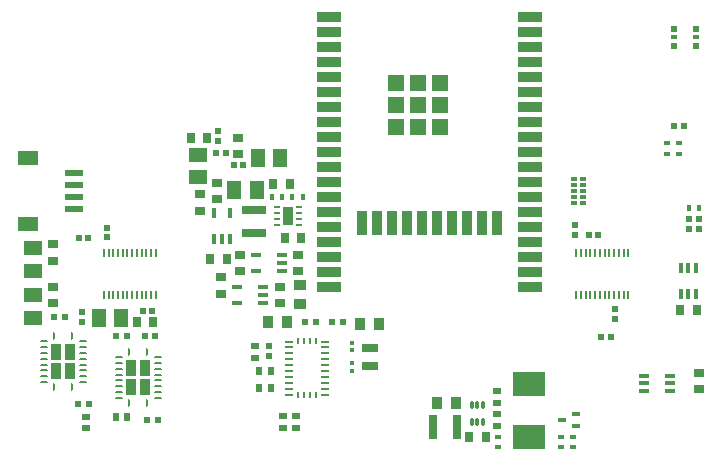
<source format=gtp>
G04*
G04 #@! TF.GenerationSoftware,Altium Limited,Altium Designer,21.6.1 (37)*
G04*
G04 Layer_Color=8421504*
%FSLAX44Y44*%
%MOMM*%
G71*
G04*
G04 #@! TF.SameCoordinates,2C954E57-417A-4088-9090-092BEE8FAD55*
G04*
G04*
G04 #@! TF.FilePolarity,Positive*
G04*
G01*
G75*
%ADD16R,0.9200X1.3300*%
%ADD17R,1.5000X1.3000*%
%ADD18R,1.3000X1.5000*%
%ADD19R,0.9000X1.0000*%
%ADD20R,0.6200X0.6200*%
G04:AMPARAMS|DCode=21|XSize=0.24mm|YSize=0.6mm|CornerRadius=0.06mm|HoleSize=0mm|Usage=FLASHONLY|Rotation=90.000|XOffset=0mm|YOffset=0mm|HoleType=Round|Shape=RoundedRectangle|*
%AMROUNDEDRECTD21*
21,1,0.2400,0.4800,0,0,90.0*
21,1,0.1200,0.6000,0,0,90.0*
1,1,0.1200,0.2400,0.0600*
1,1,0.1200,0.2400,-0.0600*
1,1,0.1200,-0.2400,-0.0600*
1,1,0.1200,-0.2400,0.0600*
%
%ADD21ROUNDEDRECTD21*%
G04:AMPARAMS|DCode=22|XSize=0.25mm|YSize=0.65mm|CornerRadius=0.0625mm|HoleSize=0mm|Usage=FLASHONLY|Rotation=0.000|XOffset=0mm|YOffset=0mm|HoleType=Round|Shape=RoundedRectangle|*
%AMROUNDEDRECTD22*
21,1,0.2500,0.5250,0,0,0.0*
21,1,0.1250,0.6500,0,0,0.0*
1,1,0.1250,0.0625,-0.2625*
1,1,0.1250,-0.0625,-0.2625*
1,1,0.1250,-0.0625,0.2625*
1,1,0.1250,0.0625,0.2625*
%
%ADD22ROUNDEDRECTD22*%
%ADD23R,0.8500X0.3500*%
%ADD24R,0.3500X0.8500*%
%ADD25R,0.8500X0.3500*%
%ADD26R,0.5000X0.2800*%
%ADD27R,0.9000X1.6000*%
%ADD28R,0.3500X0.8500*%
%ADD29R,0.6500X0.5500*%
%ADD30R,0.5500X0.6500*%
%ADD31R,1.0000X0.9000*%
%ADD32R,0.5500X0.4500*%
%ADD33R,0.4500X0.5500*%
%ADD34R,0.7100X0.3000*%
%ADD35R,0.8000X2.0000*%
%ADD36R,2.0000X0.8000*%
%ADD37R,0.1500X0.6500*%
%ADD38R,0.5500X0.3000*%
%ADD39R,0.5500X0.4000*%
%ADD40R,0.6200X0.6200*%
%ADD41R,0.4200X0.4600*%
%ADD42R,0.5200X0.5200*%
%ADD43R,0.9000X0.7000*%
%ADD44R,0.7000X0.9000*%
%ADD45R,0.5200X0.5200*%
G04:AMPARAMS|DCode=46|XSize=0.3mm|YSize=0.67mm|CornerRadius=0.0495mm|HoleSize=0mm|Usage=FLASHONLY|Rotation=0.000|XOffset=0mm|YOffset=0mm|HoleType=Round|Shape=RoundedRectangle|*
%AMROUNDEDRECTD46*
21,1,0.3000,0.5710,0,0,0.0*
21,1,0.2010,0.6700,0,0,0.0*
1,1,0.0990,0.1005,-0.2855*
1,1,0.0990,-0.1005,-0.2855*
1,1,0.0990,-0.1005,0.2855*
1,1,0.0990,0.1005,0.2855*
%
%ADD46ROUNDEDRECTD46*%
%ADD47R,1.3300X1.3300*%
%ADD48R,0.9000X2.0000*%
%ADD49R,2.0000X0.9000*%
%ADD50R,0.6000X0.6000*%
%ADD51R,0.6000X0.4000*%
%ADD52R,0.2500X0.5750*%
%ADD53R,0.6750X0.2500*%
%ADD54R,1.4000X0.7500*%
%ADD55R,1.8000X1.2000*%
%ADD56R,1.5500X0.6000*%
%ADD57R,2.7430X2.1590*%
G36*
X367000Y309300D02*
X353700D01*
Y322600D01*
X367000D01*
Y309300D01*
D02*
G37*
G36*
X348650D02*
X335350D01*
Y322600D01*
X348650D01*
Y309300D01*
D02*
G37*
G36*
X330300D02*
X317000D01*
Y322600D01*
X330300D01*
Y309300D01*
D02*
G37*
G36*
X367000Y290950D02*
X353700D01*
Y304250D01*
X367000D01*
Y290950D01*
D02*
G37*
G36*
X348650D02*
X335350D01*
Y304250D01*
X348650D01*
Y290950D01*
D02*
G37*
G36*
X330300D02*
X317000D01*
Y304250D01*
X330300D01*
Y290950D01*
D02*
G37*
G36*
X367000Y272600D02*
X353700D01*
Y285900D01*
X367000D01*
Y272600D01*
D02*
G37*
G36*
X348650D02*
X335350D01*
Y285900D01*
X348650D01*
Y272600D01*
D02*
G37*
G36*
X330300D02*
X317000D01*
Y285900D01*
X330300D01*
Y272600D01*
D02*
G37*
D16*
X47100Y88200D02*
D03*
X35900D02*
D03*
X47100Y72800D02*
D03*
X35900D02*
D03*
X110600Y74700D02*
D03*
X99400D02*
D03*
X110600Y59300D02*
D03*
X99400D02*
D03*
D17*
X16000Y117500D02*
D03*
Y136500D02*
D03*
Y157500D02*
D03*
Y176500D02*
D03*
X156000Y236500D02*
D03*
Y255500D02*
D03*
D18*
X71526Y117602D02*
D03*
X90526D02*
D03*
X205500Y226000D02*
D03*
X186500D02*
D03*
X225500Y253000D02*
D03*
X206500D02*
D03*
D19*
X309000Y112000D02*
D03*
X293000D02*
D03*
X215000Y114000D02*
D03*
X231000D02*
D03*
X357888Y45212D02*
D03*
X373888D02*
D03*
D20*
X269500Y114000D02*
D03*
X278500D02*
D03*
X63500Y45000D02*
D03*
X54500D02*
D03*
X43000Y118000D02*
D03*
X34000D02*
D03*
X121500Y31000D02*
D03*
X112500D02*
D03*
X95432Y101854D02*
D03*
X86432D02*
D03*
X119490Y102362D02*
D03*
X110490D02*
D03*
X255500Y114000D02*
D03*
X246500D02*
D03*
X558364Y280162D02*
D03*
X567364D02*
D03*
D21*
X25000Y98000D02*
D03*
Y93000D02*
D03*
Y88000D02*
D03*
Y83000D02*
D03*
Y78000D02*
D03*
Y73000D02*
D03*
Y68000D02*
D03*
X58000Y63000D02*
D03*
Y68000D02*
D03*
Y73000D02*
D03*
Y78000D02*
D03*
Y83000D02*
D03*
Y88000D02*
D03*
Y93000D02*
D03*
X25000Y63000D02*
D03*
X58000Y98000D02*
D03*
X88500Y84500D02*
D03*
Y79500D02*
D03*
Y74500D02*
D03*
Y69500D02*
D03*
Y64500D02*
D03*
Y59500D02*
D03*
Y54500D02*
D03*
X121500Y49500D02*
D03*
Y54500D02*
D03*
Y59500D02*
D03*
Y64500D02*
D03*
Y69500D02*
D03*
Y74500D02*
D03*
Y79500D02*
D03*
X88500Y49500D02*
D03*
X121500Y84500D02*
D03*
D22*
X49000Y102000D02*
D03*
X34000D02*
D03*
X49000Y59000D02*
D03*
X34000D02*
D03*
X112500Y88500D02*
D03*
X97500D02*
D03*
X112500Y45500D02*
D03*
X97500D02*
D03*
D23*
X533677Y68466D02*
D03*
Y61966D02*
D03*
Y55466D02*
D03*
X555677D02*
D03*
Y61966D02*
D03*
Y68466D02*
D03*
D24*
X577500Y160000D02*
D03*
X571000D02*
D03*
X564500D02*
D03*
Y138000D02*
D03*
X571000D02*
D03*
X577500D02*
D03*
D25*
X189000Y143500D02*
D03*
X211000D02*
D03*
X189000Y130500D02*
D03*
X211000D02*
D03*
Y137000D02*
D03*
X227000Y164000D02*
D03*
Y157500D02*
D03*
X205000D02*
D03*
X227000Y170500D02*
D03*
X205000D02*
D03*
D26*
X222500Y211500D02*
D03*
Y206500D02*
D03*
Y201500D02*
D03*
Y196500D02*
D03*
X241500Y211500D02*
D03*
Y206500D02*
D03*
Y201500D02*
D03*
Y196500D02*
D03*
D27*
X232000Y204000D02*
D03*
D28*
X182500Y206000D02*
D03*
Y184000D02*
D03*
X169500Y206000D02*
D03*
Y184000D02*
D03*
X176000D02*
D03*
D29*
X61000Y34000D02*
D03*
Y24000D02*
D03*
X238593Y34569D02*
D03*
Y24569D02*
D03*
X227928Y34569D02*
D03*
Y24569D02*
D03*
X204216Y83392D02*
D03*
Y93392D02*
D03*
X408940Y35734D02*
D03*
Y25734D02*
D03*
Y55292D02*
D03*
Y45292D02*
D03*
D30*
X86000Y34000D02*
D03*
X96000D02*
D03*
X217598Y72390D02*
D03*
X207598D02*
D03*
X217500Y58420D02*
D03*
X207500D02*
D03*
D31*
X242000Y129000D02*
D03*
Y145000D02*
D03*
D32*
X409448Y7874D02*
D03*
Y16874D02*
D03*
X462788Y7874D02*
D03*
Y16874D02*
D03*
X473202Y7874D02*
D03*
Y16874D02*
D03*
X552993Y265493D02*
D03*
Y256493D02*
D03*
X562993Y265493D02*
D03*
Y256493D02*
D03*
D33*
X571086Y210268D02*
D03*
X580086D02*
D03*
X235500Y220000D02*
D03*
X244500D02*
D03*
X218000D02*
D03*
X227000D02*
D03*
D34*
X463796Y31162D02*
D03*
X475996Y36162D02*
D03*
Y26162D02*
D03*
D35*
X354998Y25146D02*
D03*
X374998D02*
D03*
D36*
X203000Y209000D02*
D03*
Y189000D02*
D03*
D37*
X76000Y172130D02*
D03*
X80000D02*
D03*
X84000D02*
D03*
X88000D02*
D03*
X92000D02*
D03*
X96000D02*
D03*
X100000D02*
D03*
X104000D02*
D03*
X108000D02*
D03*
X112000D02*
D03*
X116000D02*
D03*
X120000D02*
D03*
X76000Y136630D02*
D03*
X80000D02*
D03*
X84000D02*
D03*
X88000D02*
D03*
X92000D02*
D03*
X96000D02*
D03*
X100000D02*
D03*
X104000D02*
D03*
X108000D02*
D03*
X112000D02*
D03*
X116000D02*
D03*
X120000D02*
D03*
X476000Y172130D02*
D03*
X480000D02*
D03*
X484000D02*
D03*
X488000D02*
D03*
X492000D02*
D03*
X496000D02*
D03*
X500000D02*
D03*
X504000D02*
D03*
X508000D02*
D03*
X512000D02*
D03*
X516000D02*
D03*
X520000D02*
D03*
X476000Y136630D02*
D03*
X480000D02*
D03*
X484000D02*
D03*
X488000D02*
D03*
X492000D02*
D03*
X496000D02*
D03*
X500000D02*
D03*
X504000D02*
D03*
X508000D02*
D03*
X512000D02*
D03*
X516000D02*
D03*
X520000D02*
D03*
D38*
X481900Y215000D02*
D03*
Y220000D02*
D03*
Y230000D02*
D03*
Y235000D02*
D03*
X474100D02*
D03*
Y230000D02*
D03*
Y220000D02*
D03*
Y215000D02*
D03*
D39*
X481900Y225000D02*
D03*
X474100D02*
D03*
D40*
X57150Y122792D02*
D03*
Y113792D02*
D03*
X216000Y85000D02*
D03*
Y94000D02*
D03*
D41*
X286250Y96500D02*
D03*
Y89900D02*
D03*
X286250Y72900D02*
D03*
Y79500D02*
D03*
D42*
X505000Y101000D02*
D03*
X497000D02*
D03*
X579586Y201632D02*
D03*
X571586D02*
D03*
X579513Y192819D02*
D03*
X571513D02*
D03*
X116776Y123698D02*
D03*
X108776D02*
D03*
X55000Y185000D02*
D03*
X63000D02*
D03*
X494500Y187500D02*
D03*
X486500D02*
D03*
X194014Y246844D02*
D03*
X186014D02*
D03*
X179000Y257000D02*
D03*
X171000D02*
D03*
D43*
X175000Y138000D02*
D03*
Y152000D02*
D03*
X225000Y144000D02*
D03*
Y130000D02*
D03*
X33000Y166000D02*
D03*
Y180000D02*
D03*
X33000Y144000D02*
D03*
Y130000D02*
D03*
X157000Y222000D02*
D03*
Y208000D02*
D03*
X191000Y157000D02*
D03*
Y171000D02*
D03*
X240000Y171000D02*
D03*
Y157000D02*
D03*
X580000Y71000D02*
D03*
Y57000D02*
D03*
X190000Y256000D02*
D03*
Y270000D02*
D03*
X172000Y232000D02*
D03*
Y218000D02*
D03*
D44*
X103998Y114046D02*
D03*
X117998D02*
D03*
X219473Y230456D02*
D03*
X233473D02*
D03*
X229000Y185000D02*
D03*
X243000D02*
D03*
X166000Y167000D02*
D03*
X180000D02*
D03*
X385176Y16256D02*
D03*
X399176D02*
D03*
X578000Y124000D02*
D03*
X564000D02*
D03*
X163486Y269704D02*
D03*
X149486D02*
D03*
D45*
X79000Y194000D02*
D03*
Y186000D02*
D03*
X508762Y116904D02*
D03*
Y124904D02*
D03*
X474980Y195770D02*
D03*
Y187770D02*
D03*
X172900Y275500D02*
D03*
Y267500D02*
D03*
D46*
X397350Y29142D02*
D03*
X387350D02*
D03*
Y43942D02*
D03*
X392350D02*
D03*
X397350D02*
D03*
X392350Y29142D02*
D03*
D47*
X342000Y279250D02*
D03*
X323650D02*
D03*
X360350Y297600D02*
D03*
X342000D02*
D03*
X323650D02*
D03*
X360350Y315950D02*
D03*
X342000D02*
D03*
X323650D02*
D03*
X360350Y279250D02*
D03*
D48*
X409150Y197500D02*
D03*
X396450D02*
D03*
X383750D02*
D03*
X371050D02*
D03*
X358350D02*
D03*
X345650D02*
D03*
X332950D02*
D03*
X320250D02*
D03*
X307550D02*
D03*
X294850D02*
D03*
D49*
X267000Y207500D02*
D03*
Y220200D02*
D03*
Y232900D02*
D03*
Y245600D02*
D03*
Y258300D02*
D03*
Y271000D02*
D03*
Y283700D02*
D03*
Y296400D02*
D03*
Y309100D02*
D03*
Y321800D02*
D03*
Y334500D02*
D03*
Y347200D02*
D03*
Y359900D02*
D03*
Y372600D02*
D03*
X437000D02*
D03*
Y359900D02*
D03*
Y347200D02*
D03*
Y334500D02*
D03*
Y321800D02*
D03*
Y309100D02*
D03*
Y296400D02*
D03*
Y283700D02*
D03*
Y271000D02*
D03*
Y258300D02*
D03*
Y245600D02*
D03*
Y232900D02*
D03*
Y220200D02*
D03*
Y207500D02*
D03*
Y182100D02*
D03*
Y169400D02*
D03*
Y156700D02*
D03*
Y144000D02*
D03*
X267000D02*
D03*
Y156700D02*
D03*
Y169400D02*
D03*
Y182100D02*
D03*
Y194800D02*
D03*
X437000D02*
D03*
D50*
X577000Y362500D02*
D03*
Y347500D02*
D03*
X559000D02*
D03*
Y362500D02*
D03*
D51*
X577000Y355000D02*
D03*
X559000D02*
D03*
D52*
X240500Y98125D02*
D03*
X245500D02*
D03*
X250500D02*
D03*
X255500D02*
D03*
Y51875D02*
D03*
X250500D02*
D03*
X245500D02*
D03*
X240500D02*
D03*
D53*
X232375Y52500D02*
D03*
Y57500D02*
D03*
Y62500D02*
D03*
Y67500D02*
D03*
Y72500D02*
D03*
Y77500D02*
D03*
Y82500D02*
D03*
Y87500D02*
D03*
Y92500D02*
D03*
Y97500D02*
D03*
X263625Y92500D02*
D03*
Y87500D02*
D03*
Y82500D02*
D03*
Y77500D02*
D03*
Y72500D02*
D03*
Y67500D02*
D03*
Y62500D02*
D03*
Y57500D02*
D03*
Y52500D02*
D03*
Y97500D02*
D03*
D54*
X301500Y91750D02*
D03*
Y77150D02*
D03*
D55*
X11625Y197000D02*
D03*
Y253000D02*
D03*
D56*
X50375Y240000D02*
D03*
Y230000D02*
D03*
Y220000D02*
D03*
Y210000D02*
D03*
D57*
X436372Y17016D02*
D03*
Y61216D02*
D03*
M02*

</source>
